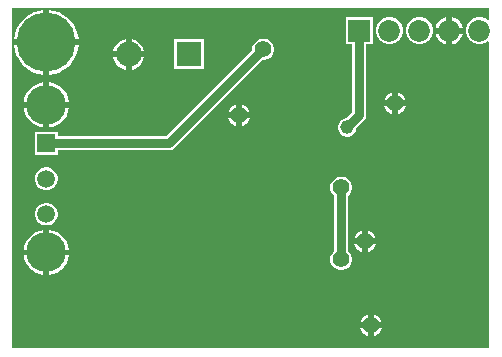
<source format=gbr>
%TF.GenerationSoftware,Altium Limited,Altium Designer,24.0.1 (36)*%
G04 Layer_Physical_Order=2*
G04 Layer_Color=16711680*
%FSLAX45Y45*%
%MOMM*%
%TF.SameCoordinates,EA0AF7FB-948C-45CD-8237-9CE77542C851*%
%TF.FilePolarity,Positive*%
%TF.FileFunction,Copper,L2,Bot,Signal*%
%TF.Part,Single*%
G01*
G75*
%TA.AperFunction,Conductor*%
%ADD19C,0.75000*%
%TA.AperFunction,ComponentPad*%
%ADD24R,1.51500X1.51500*%
%ADD25C,1.51500*%
%ADD26C,3.36000*%
%ADD27C,1.85000*%
%ADD28R,1.85000X1.85000*%
%ADD29R,2.15000X2.15000*%
%ADD30C,2.15000*%
%ADD31C,5.00000*%
%TA.AperFunction,ViaPad*%
%ADD32C,1.40000*%
%ADD33C,1.15000*%
G36*
X4099374Y2842319D02*
X4087641Y2837459D01*
X4085077Y2840023D01*
X4059423Y2854833D01*
X4030811Y2862500D01*
X4001189D01*
X3972577Y2854833D01*
X3946924Y2840023D01*
X3925978Y2819077D01*
X3911167Y2793423D01*
X3903500Y2764811D01*
Y2735189D01*
X3911167Y2706577D01*
X3925978Y2680924D01*
X3946924Y2659978D01*
X3972577Y2645167D01*
X4001189Y2637500D01*
X4030811D01*
X4059423Y2645167D01*
X4085077Y2659978D01*
X4087641Y2662542D01*
X4099374Y2657681D01*
Y2250000D01*
Y750000D01*
Y58627D01*
X58627D01*
Y2941374D01*
X4099374D01*
Y2842319D01*
D02*
G37*
%LPC*%
G36*
X3787000Y2864946D02*
Y2775000D01*
X3876946D01*
X3871493Y2795353D01*
X3856024Y2822147D01*
X3834147Y2844024D01*
X3807353Y2859493D01*
X3787000Y2864946D01*
D02*
G37*
G36*
X3737000D02*
X3716647Y2859493D01*
X3689853Y2844024D01*
X3667977Y2822147D01*
X3652508Y2795353D01*
X3647054Y2775000D01*
X3737000D01*
Y2864946D01*
D02*
G37*
G36*
X375000Y2924468D02*
Y2675000D01*
X624468D01*
X618229Y2714396D01*
X604852Y2755563D01*
X585201Y2794132D01*
X559758Y2829151D01*
X529151Y2859758D01*
X494132Y2885201D01*
X455563Y2904852D01*
X414396Y2918229D01*
X375000Y2924468D01*
D02*
G37*
G36*
X325000D02*
X285604Y2918229D01*
X244437Y2904852D01*
X205869Y2885201D01*
X170850Y2859758D01*
X140242Y2829151D01*
X114799Y2794132D01*
X95148Y2755563D01*
X81771Y2714396D01*
X75532Y2675000D01*
X325000D01*
Y2924468D01*
D02*
G37*
G36*
X3522811Y2862500D02*
X3493189D01*
X3464577Y2854833D01*
X3438924Y2840023D01*
X3417978Y2819077D01*
X3403167Y2793423D01*
X3395500Y2764811D01*
Y2735189D01*
X3403167Y2706577D01*
X3417978Y2680924D01*
X3438924Y2659978D01*
X3464577Y2645167D01*
X3493189Y2637500D01*
X3522811D01*
X3551423Y2645167D01*
X3577077Y2659978D01*
X3598023Y2680924D01*
X3612833Y2706577D01*
X3620500Y2735189D01*
Y2764811D01*
X3612833Y2793423D01*
X3598023Y2819077D01*
X3577077Y2840023D01*
X3551423Y2854833D01*
X3522811Y2862500D01*
D02*
G37*
G36*
X3268811D02*
X3239189D01*
X3210577Y2854833D01*
X3184924Y2840023D01*
X3163978Y2819077D01*
X3149167Y2793423D01*
X3141500Y2764811D01*
Y2735189D01*
X3149167Y2706577D01*
X3163978Y2680924D01*
X3184924Y2659978D01*
X3210577Y2645167D01*
X3239189Y2637500D01*
X3268811D01*
X3297423Y2645167D01*
X3323077Y2659978D01*
X3344023Y2680924D01*
X3358833Y2706577D01*
X3366500Y2735189D01*
Y2764811D01*
X3358833Y2793423D01*
X3344023Y2819077D01*
X3323077Y2840023D01*
X3297423Y2854833D01*
X3268811Y2862500D01*
D02*
G37*
G36*
X3876946Y2725000D02*
X3787000D01*
Y2635054D01*
X3807353Y2640508D01*
X3834147Y2655977D01*
X3856024Y2677853D01*
X3871493Y2704647D01*
X3876946Y2725000D01*
D02*
G37*
G36*
X3737000D02*
X3647054D01*
X3652508Y2704647D01*
X3667977Y2677853D01*
X3689853Y2655977D01*
X3716647Y2640508D01*
X3737000Y2635054D01*
Y2725000D01*
D02*
G37*
G36*
X1071000Y2680475D02*
Y2575000D01*
X1176475D01*
X1169470Y2601143D01*
X1152026Y2631357D01*
X1127357Y2656026D01*
X1097143Y2673470D01*
X1071000Y2680475D01*
D02*
G37*
G36*
X1021000D02*
X994857Y2673470D01*
X964643Y2656026D01*
X939974Y2631357D01*
X922530Y2601143D01*
X915525Y2575000D01*
X1021000D01*
Y2680475D01*
D02*
G37*
G36*
X1681500Y2677500D02*
X1426500D01*
Y2422500D01*
X1681500D01*
Y2677500D01*
D02*
G37*
G36*
X1176475Y2525000D02*
X1071000D01*
Y2419525D01*
X1097143Y2426530D01*
X1127357Y2443974D01*
X1152026Y2468643D01*
X1169470Y2498857D01*
X1176475Y2525000D01*
D02*
G37*
G36*
X1021000D02*
X915525D01*
X922530Y2498857D01*
X939974Y2468643D01*
X964643Y2443974D01*
X994857Y2426530D01*
X1021000Y2419525D01*
Y2525000D01*
D02*
G37*
G36*
X624468Y2625000D02*
X375000D01*
Y2375532D01*
X414396Y2381771D01*
X455563Y2395148D01*
X494132Y2414799D01*
X529151Y2440242D01*
X559758Y2470850D01*
X585201Y2505868D01*
X604852Y2544437D01*
X618229Y2585604D01*
X624468Y2625000D01*
D02*
G37*
G36*
X325000D02*
X75532D01*
X81771Y2585604D01*
X95148Y2544437D01*
X114799Y2505868D01*
X140242Y2470850D01*
X170850Y2440242D01*
X205869Y2414799D01*
X244437Y2395148D01*
X285604Y2381771D01*
X325000Y2375532D01*
Y2625000D01*
D02*
G37*
G36*
X3327000Y2225252D02*
Y2158600D01*
X3393652D01*
X3390526Y2170268D01*
X3378019Y2191931D01*
X3360331Y2209619D01*
X3338668Y2222126D01*
X3327000Y2225252D01*
D02*
G37*
G36*
X3277000D02*
X3265332Y2222126D01*
X3243669Y2209619D01*
X3225981Y2191931D01*
X3213474Y2170268D01*
X3210348Y2158600D01*
X3277000D01*
Y2225252D01*
D02*
G37*
G36*
X375000Y2313223D02*
Y2146415D01*
X541808D01*
X535583Y2177711D01*
X521035Y2212835D01*
X499913Y2244445D01*
X473030Y2271328D01*
X441420Y2292449D01*
X406296Y2306998D01*
X375000Y2313223D01*
D02*
G37*
G36*
X325000Y2313223D02*
X293704Y2306998D01*
X258580Y2292449D01*
X226970Y2271328D01*
X200087Y2244445D01*
X178966Y2212835D01*
X164417Y2177711D01*
X158192Y2146415D01*
X325000D01*
Y2313223D01*
D02*
G37*
G36*
X2006200Y2123652D02*
Y2057000D01*
X2072852D01*
X2069726Y2068668D01*
X2057219Y2090331D01*
X2039531Y2108019D01*
X2017868Y2120526D01*
X2006200Y2123652D01*
D02*
G37*
G36*
X1956200D02*
X1944532Y2120526D01*
X1922869Y2108019D01*
X1905181Y2090331D01*
X1892674Y2068668D01*
X1889548Y2057000D01*
X1956200D01*
Y2123652D01*
D02*
G37*
G36*
X3393652Y2108600D02*
X3327000D01*
Y2041948D01*
X3338668Y2045074D01*
X3360331Y2057581D01*
X3378019Y2075269D01*
X3390526Y2096932D01*
X3393652Y2108600D01*
D02*
G37*
G36*
X3277000D02*
X3210348D01*
X3213474Y2096932D01*
X3225981Y2075269D01*
X3243669Y2057581D01*
X3265332Y2045074D01*
X3277000Y2041948D01*
Y2108600D01*
D02*
G37*
G36*
X2072852Y2007000D02*
X2006200D01*
Y1940348D01*
X2017868Y1943474D01*
X2039531Y1955981D01*
X2057219Y1973669D01*
X2069726Y1995332D01*
X2072852Y2007000D01*
D02*
G37*
G36*
X1956200D02*
X1889548D01*
X1892674Y1995332D01*
X1905181Y1973669D01*
X1922869Y1955981D01*
X1944532Y1943474D01*
X1956200Y1940348D01*
Y2007000D01*
D02*
G37*
G36*
X325000Y2096415D02*
X158192D01*
X164417Y2065119D01*
X178966Y2029995D01*
X200087Y1998385D01*
X226970Y1971502D01*
X258580Y1950380D01*
X293704Y1935832D01*
X325000Y1929607D01*
Y2096415D01*
D02*
G37*
G36*
X541808D02*
X375000D01*
Y1929607D01*
X406296Y1935832D01*
X441420Y1950380D01*
X473030Y1971502D01*
X499913Y1998385D01*
X521035Y2029995D01*
X535583Y2065119D01*
X541808Y2096415D01*
D02*
G37*
G36*
X2196249Y2680800D02*
X2172551D01*
X2149661Y2674666D01*
X2129139Y2662818D01*
X2112382Y2646061D01*
X2100534Y2625539D01*
X2094400Y2602649D01*
Y2583711D01*
X1365731Y1855041D01*
X445750D01*
Y1892165D01*
X254250D01*
Y1700665D01*
X445750D01*
Y1737788D01*
X1390015D01*
X1412450Y1742251D01*
X1431470Y1754960D01*
X2177311Y2500800D01*
X2196249D01*
X2219139Y2506934D01*
X2239661Y2518782D01*
X2256418Y2535539D01*
X2268266Y2556061D01*
X2274400Y2578951D01*
Y2602649D01*
X2268266Y2625539D01*
X2256418Y2646061D01*
X2239661Y2662818D01*
X2219139Y2674666D01*
X2196249Y2680800D01*
D02*
G37*
G36*
X3112500Y2862500D02*
X2887500D01*
Y2637500D01*
X2941374D01*
Y2059084D01*
X2890190Y2007900D01*
X2885397D01*
X2865686Y2002619D01*
X2848014Y1992415D01*
X2833585Y1977986D01*
X2823381Y1960314D01*
X2818100Y1940603D01*
Y1920197D01*
X2823381Y1900486D01*
X2833585Y1882814D01*
X2848014Y1868385D01*
X2865686Y1858181D01*
X2885397Y1852900D01*
X2905803D01*
X2925514Y1858181D01*
X2943186Y1868385D01*
X2957615Y1882814D01*
X2967819Y1900486D01*
X2973100Y1920197D01*
Y1924990D01*
X3041455Y1993345D01*
X3054164Y2012365D01*
X3058627Y2034800D01*
Y2637500D01*
X3112500D01*
Y2862500D01*
D02*
G37*
G36*
X362606Y1592165D02*
X337394D01*
X313042Y1585639D01*
X291208Y1573034D01*
X273381Y1555207D01*
X260775Y1533373D01*
X254250Y1509021D01*
Y1483809D01*
X260775Y1459457D01*
X273381Y1437623D01*
X291208Y1419796D01*
X313042Y1407190D01*
X337394Y1400665D01*
X362606D01*
X386958Y1407190D01*
X408792Y1419796D01*
X426619Y1437623D01*
X439225Y1459457D01*
X445750Y1483809D01*
Y1509021D01*
X439225Y1533373D01*
X426619Y1555207D01*
X408792Y1573034D01*
X386958Y1585639D01*
X362606Y1592165D01*
D02*
G37*
G36*
Y1292165D02*
X337394D01*
X313042Y1285639D01*
X291208Y1273034D01*
X273381Y1255207D01*
X260775Y1233373D01*
X254250Y1209020D01*
Y1183809D01*
X260775Y1159457D01*
X273381Y1137623D01*
X291208Y1119796D01*
X313042Y1107190D01*
X337394Y1100665D01*
X362606D01*
X386958Y1107190D01*
X408792Y1119796D01*
X426619Y1137623D01*
X439225Y1159457D01*
X445750Y1183809D01*
Y1209020D01*
X439225Y1233373D01*
X426619Y1255207D01*
X408792Y1273034D01*
X386958Y1285639D01*
X362606Y1292165D01*
D02*
G37*
G36*
X3073000Y1056852D02*
Y990200D01*
X3139652D01*
X3136526Y1001868D01*
X3124019Y1023531D01*
X3106331Y1041219D01*
X3084668Y1053726D01*
X3073000Y1056852D01*
D02*
G37*
G36*
X3023000D02*
X3011332Y1053726D01*
X2989669Y1041219D01*
X2971981Y1023531D01*
X2959474Y1001868D01*
X2956348Y990200D01*
X3023000D01*
Y1056852D01*
D02*
G37*
G36*
X375000Y1063223D02*
Y896415D01*
X541808D01*
X535583Y927711D01*
X521035Y962834D01*
X499913Y994445D01*
X473030Y1021328D01*
X441420Y1042449D01*
X406296Y1056998D01*
X375000Y1063223D01*
D02*
G37*
G36*
X325000D02*
X293704Y1056998D01*
X258580Y1042449D01*
X226970Y1021328D01*
X200087Y994445D01*
X178966Y962834D01*
X164417Y927711D01*
X158192Y896415D01*
X325000D01*
Y1063223D01*
D02*
G37*
G36*
X3139652Y940200D02*
X3073000D01*
Y873548D01*
X3084668Y876674D01*
X3106331Y889181D01*
X3124019Y906869D01*
X3136526Y928532D01*
X3139652Y940200D01*
D02*
G37*
G36*
X3023000D02*
X2956348D01*
X2959474Y928532D01*
X2971981Y906869D01*
X2989669Y889181D01*
X3011332Y876674D01*
X3023000Y873548D01*
Y940200D01*
D02*
G37*
G36*
X2856649Y1512400D02*
X2832951D01*
X2810061Y1506266D01*
X2789539Y1494418D01*
X2772782Y1477661D01*
X2760934Y1457139D01*
X2754800Y1434249D01*
Y1410551D01*
X2760934Y1387661D01*
X2772782Y1367139D01*
X2786173Y1353748D01*
Y881452D01*
X2772782Y868061D01*
X2760934Y847539D01*
X2754800Y824649D01*
Y800951D01*
X2760934Y778061D01*
X2772782Y757539D01*
X2789539Y740782D01*
X2810061Y728934D01*
X2832951Y722800D01*
X2856649D01*
X2879539Y728934D01*
X2900061Y740782D01*
X2916818Y757539D01*
X2928666Y778061D01*
X2934800Y800951D01*
Y824649D01*
X2928666Y847539D01*
X2916818Y868061D01*
X2903427Y881452D01*
Y1353748D01*
X2916818Y1367139D01*
X2928666Y1387661D01*
X2934800Y1410551D01*
Y1434249D01*
X2928666Y1457139D01*
X2916818Y1477661D01*
X2900061Y1494418D01*
X2879539Y1506266D01*
X2856649Y1512400D01*
D02*
G37*
G36*
X541808Y846415D02*
X375000D01*
Y679607D01*
X406296Y685832D01*
X441420Y700380D01*
X473030Y721502D01*
X499913Y748385D01*
X521035Y779995D01*
X535583Y815119D01*
X541808Y846415D01*
D02*
G37*
G36*
X325000D02*
X158192D01*
X164417Y815119D01*
X178966Y779995D01*
X200087Y748385D01*
X226970Y721502D01*
X258580Y700380D01*
X293704Y685832D01*
X325000Y679607D01*
Y846415D01*
D02*
G37*
G36*
X3123800Y345652D02*
Y279000D01*
X3190452D01*
X3187326Y290668D01*
X3174819Y312331D01*
X3157131Y330019D01*
X3135468Y342526D01*
X3123800Y345652D01*
D02*
G37*
G36*
X3073800D02*
X3062132Y342526D01*
X3040469Y330019D01*
X3022781Y312331D01*
X3010274Y290668D01*
X3007148Y279000D01*
X3073800D01*
Y345652D01*
D02*
G37*
G36*
X3190452Y229000D02*
X3123800D01*
Y162348D01*
X3135468Y165474D01*
X3157131Y177981D01*
X3174819Y195669D01*
X3187326Y217332D01*
X3190452Y229000D01*
D02*
G37*
G36*
X3073800D02*
X3007148D01*
X3010274Y217332D01*
X3022781Y195669D01*
X3040469Y177981D01*
X3062132Y165474D01*
X3073800Y162348D01*
Y229000D01*
D02*
G37*
%LPD*%
D19*
X2844800Y812800D02*
Y1422400D01*
X3000000Y2034800D02*
Y2750000D01*
X2895600Y1930400D02*
X3000000Y2034800D01*
X350000Y1796415D02*
X1390015D01*
X2184400Y2590800D01*
D24*
X350000Y1796415D02*
D03*
D25*
Y1496415D02*
D03*
Y1196415D02*
D03*
D26*
Y2121415D02*
D03*
Y871415D02*
D03*
D27*
X4016000Y2750000D02*
D03*
X3254000D02*
D03*
X3508000D02*
D03*
X3762000D02*
D03*
D28*
X3000000D02*
D03*
D29*
X1554000Y2550000D02*
D03*
D30*
X1046000D02*
D03*
D31*
X350000Y2650000D02*
D03*
D32*
X3098800Y254000D02*
D03*
X2844800Y812800D02*
D03*
Y1422400D02*
D03*
X2184400Y2590800D02*
D03*
X1981200Y2032000D02*
D03*
X3048000Y965200D02*
D03*
X3302000Y2133600D02*
D03*
D33*
X2895600Y1930400D02*
D03*
%TF.MD5,19cc1dddc85bc0ae45b787ec88169c48*%
M02*

</source>
